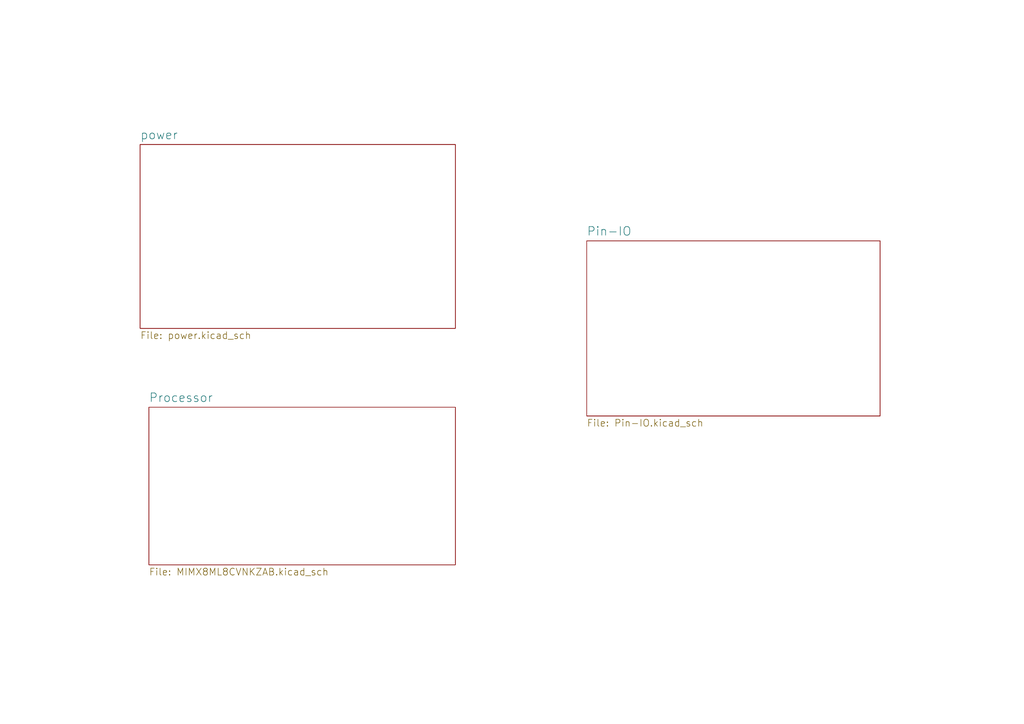
<source format=kicad_sch>
(kicad_sch
	(version 20231120)
	(generator "eeschema")
	(generator_version "8.0")
	(uuid "1e0dca60-79b3-4b5b-ab8f-7b2adbc68a5f")
	(paper "A4")
	(lib_symbols)
	(sheet
		(at 40.64 41.91)
		(size 91.44 53.34)
		(fields_autoplaced yes)
		(stroke
			(width 0.1524)
			(type solid)
		)
		(fill
			(color 0 0 0 0.0000)
		)
		(uuid "0f9447d4-7a95-466a-adb7-639b0294b239")
		(property "Sheetname" "power"
			(at 40.64 40.5834 0)
			(effects
				(font
					(size 2.5 2.5)
				)
				(justify left bottom)
			)
		)
		(property "Sheetfile" "power.kicad_sch"
			(at 40.64 96.1266 0)
			(effects
				(font
					(size 2 2)
				)
				(justify left top)
			)
		)
		(instances
			(project "IMX8ML_plus"
				(path "/1e0dca60-79b3-4b5b-ab8f-7b2adbc68a5f"
					(page "5")
				)
			)
		)
	)
	(sheet
		(at 170.18 69.85)
		(size 85.09 50.8)
		(fields_autoplaced yes)
		(stroke
			(width 0.1524)
			(type solid)
		)
		(fill
			(color 0 0 0 0.0000)
		)
		(uuid "704f9c98-aa71-4e38-b26f-d3f74511898b")
		(property "Sheetname" "Pin-IO"
			(at 170.18 68.5234 0)
			(effects
				(font
					(size 2.5 2.5)
				)
				(justify left bottom)
			)
		)
		(property "Sheetfile" "Pin-IO.kicad_sch"
			(at 170.18 121.5266 0)
			(effects
				(font
					(size 2 2)
				)
				(justify left top)
			)
		)
		(instances
			(project "IMX8ML_plus"
				(path "/1e0dca60-79b3-4b5b-ab8f-7b2adbc68a5f"
					(page "11")
				)
			)
		)
	)
	(sheet
		(at 43.18 118.11)
		(size 88.9 45.72)
		(fields_autoplaced yes)
		(stroke
			(width 0.1524)
			(type solid)
		)
		(fill
			(color 0 0 0 0.0000)
		)
		(uuid "c2b8be6d-439a-444c-a168-f4e9f22d3fc9")
		(property "Sheetname" "Processor"
			(at 43.18 116.7834 0)
			(effects
				(font
					(size 2.5 2.5)
				)
				(justify left bottom)
			)
		)
		(property "Sheetfile" "MIMX8ML8CVNKZAB.kicad_sch"
			(at 43.18 164.7066 0)
			(effects
				(font
					(size 2 2)
				)
				(justify left top)
			)
		)
		(instances
			(project "IMX8ML_plus"
				(path "/1e0dca60-79b3-4b5b-ab8f-7b2adbc68a5f"
					(page "2")
				)
			)
		)
	)
	(sheet_instances
		(path "/"
			(page "1")
		)
	)
)

</source>
